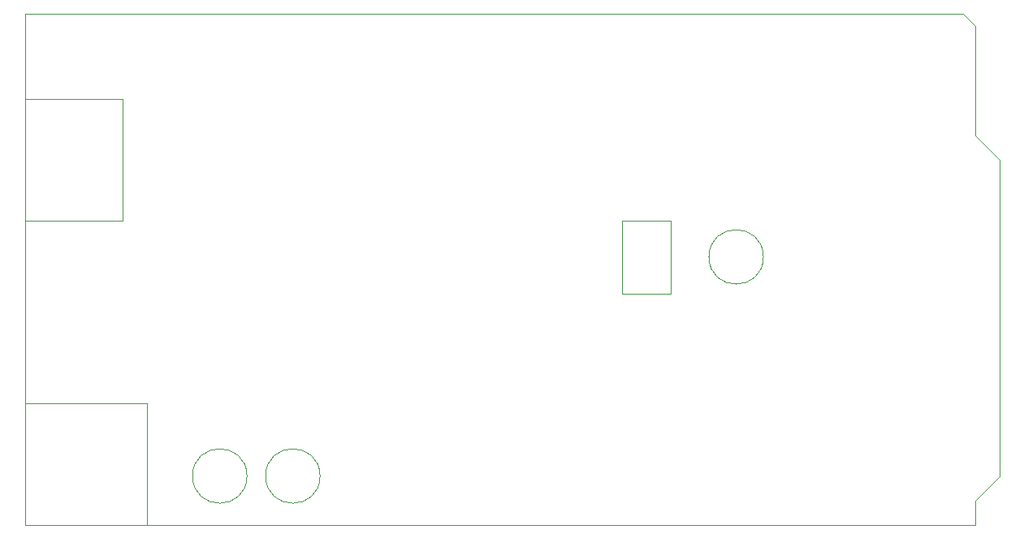
<source format=gko>
G04 #@! TF.FileFunction,Profile,NP*
%FSLAX46Y46*%
G04 Gerber Fmt 4.6, Leading zero omitted, Abs format (unit mm)*
G04 Created by KiCad (PCBNEW (after 2015-mar-04 BZR unknown)-product) date 4/2/2015 5:06:05 PM*
%MOMM*%
G01*
G04 APERTURE LIST*
%ADD10C,0.100000*%
G04 APERTURE END LIST*
D10*
X76200000Y-86360000D02*
X76200000Y-33020000D01*
X175260000Y-86360000D02*
X76200000Y-86360000D01*
X175260000Y-83820000D02*
X175260000Y-86360000D01*
X87630000Y-86360000D02*
X76200000Y-86360000D01*
X76200000Y-73660000D02*
X88900000Y-73660000D01*
X88900000Y-86360000D02*
X88900000Y-73660000D01*
X87630000Y-86360000D02*
X88900000Y-86360000D01*
X106979806Y-81280000D02*
G75*
G03X106979806Y-81280000I-2839806J0D01*
G01*
X99359806Y-81280000D02*
G75*
G03X99359806Y-81280000I-2839806J0D01*
G01*
X153199806Y-58420000D02*
G75*
G03X153199806Y-58420000I-2839806J0D01*
G01*
X138430000Y-62230000D02*
X142240000Y-62230000D01*
X138430000Y-54610000D02*
X138430000Y-62230000D01*
X143510000Y-54610000D02*
X138430000Y-54610000D01*
X143510000Y-62230000D02*
X143510000Y-54610000D01*
X138430000Y-62230000D02*
X143510000Y-62230000D01*
X86360000Y-54610000D02*
X76200000Y-54610000D01*
X76200000Y-41910000D02*
X86360000Y-41910000D01*
X76200000Y-33020000D02*
X76200000Y-41910000D01*
X173990000Y-33020000D02*
X76200000Y-33020000D01*
X177800000Y-81280000D02*
X175260000Y-83820000D01*
X177800000Y-48260000D02*
X177800000Y-81280000D01*
X175260000Y-45720000D02*
X177800000Y-48260000D01*
X175260000Y-34290000D02*
X175260000Y-45720000D01*
X173990000Y-33020000D02*
X175260000Y-34290000D01*
X86360000Y-54610000D02*
X86360000Y-41910000D01*
M02*

</source>
